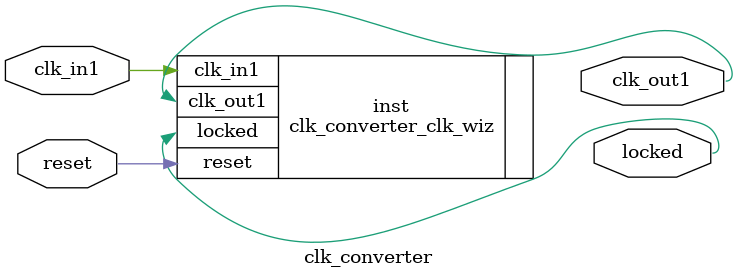
<source format=v>


`timescale 1ps/1ps

(* CORE_GENERATION_INFO = "clk_converter,clk_wiz_v5_4_1_0,{component_name=clk_converter,use_phase_alignment=true,use_min_o_jitter=false,use_max_i_jitter=false,use_dyn_phase_shift=false,use_inclk_switchover=false,use_dyn_reconfig=false,enable_axi=0,feedback_source=FDBK_AUTO,PRIMITIVE=MMCM,num_out_clk=1,clkin1_period=10.000,clkin2_period=10.000,use_power_down=false,use_reset=true,use_locked=true,use_inclk_stopped=false,feedback_type=SINGLE,CLOCK_MGR_TYPE=NA,manual_override=false}" *)

module clk_converter 
 (
  // Clock out ports
  output        clk_out1,
  // Status and control signals
  input         reset,
  output        locked,
 // Clock in ports
  input         clk_in1
 );

  clk_converter_clk_wiz inst
  (
  // Clock out ports  
  .clk_out1(clk_out1),
  // Status and control signals               
  .reset(reset), 
  .locked(locked),
 // Clock in ports
  .clk_in1(clk_in1)
  );

endmodule

</source>
